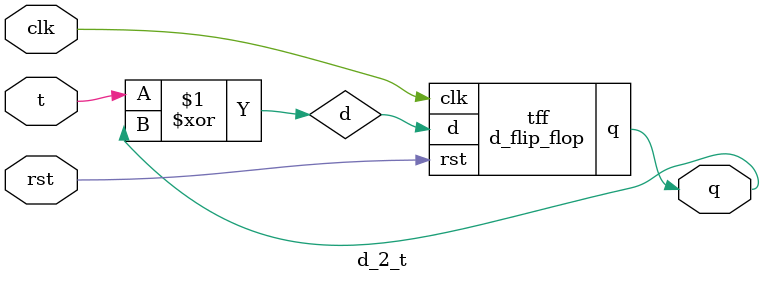
<source format=v>
module d_flip_flop(input clk,d,rst,
                   output reg q);
  always@(posedge clk)begin
    if(rst)
      q<=0;
    else
      q<=d;
  end
endmodule

module d_2_t (input clk,
    input rst,
    input t,
    output reg q);
wire d;
assign d=t^q;
  d_flip_flop tff(.clk(clk),.rst(rst),.d(d),.q(q));
endmodule

</source>
